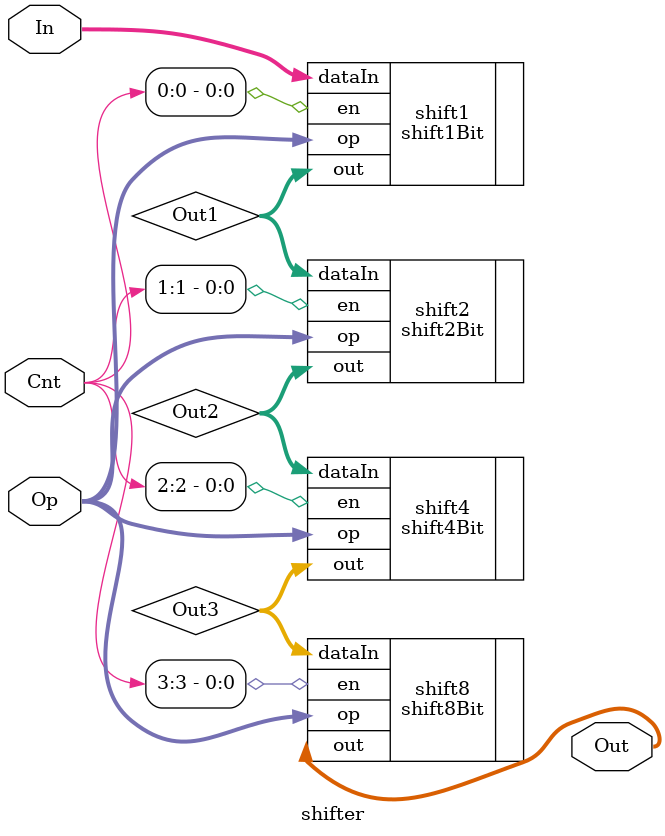
<source format=v>
module shifter (In, Cnt, Op, Out);
   
   input [15:0] In;
   input [3:0]  Cnt;
   input [1:0]  Op;
   output [15:0] Out;
   wire [15:0] Out1, Out2, Out3;
   /*
   Your code goes here
   */
   shift1Bit shift1(.en(Cnt[0]), .op(Op), .out(Out1), .dataIn(In));
   shift2Bit shift2(.en(Cnt[1]), .op(Op), .out(Out2), .dataIn(Out1));
   shift4Bit shift4(.en(Cnt[2]), .op(Op), .out(Out3), .dataIn(Out2));
   shift8Bit shift8(.en(Cnt[3]), .op(Op), .out(Out), .dataIn(Out3));
endmodule


</source>
